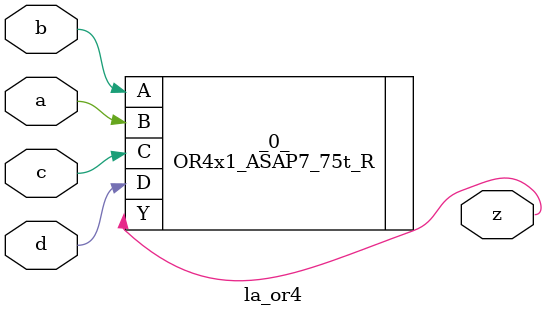
<source format=v>

/* Generated by Yosys 0.44 (git sha1 80ba43d26, g++ 11.4.0-1ubuntu1~22.04 -fPIC -O3) */

(* top =  1  *)
(* src = "inputs/la_or4.v:10.1-22.10" *)
module la_or4 (
    a,
    b,
    c,
    d,
    z
);
  (* src = "inputs/la_or4.v:13.12-13.13" *)
  input a;
  wire a;
  (* src = "inputs/la_or4.v:14.12-14.13" *)
  input b;
  wire b;
  (* src = "inputs/la_or4.v:15.12-15.13" *)
  input c;
  wire c;
  (* src = "inputs/la_or4.v:16.12-16.13" *)
  input d;
  wire d;
  (* src = "inputs/la_or4.v:17.12-17.13" *)
  output z;
  wire z;
  OR4x1_ASAP7_75t_R _0_ (
      .A(b),
      .B(a),
      .C(c),
      .D(d),
      .Y(z)
  );
endmodule

</source>
